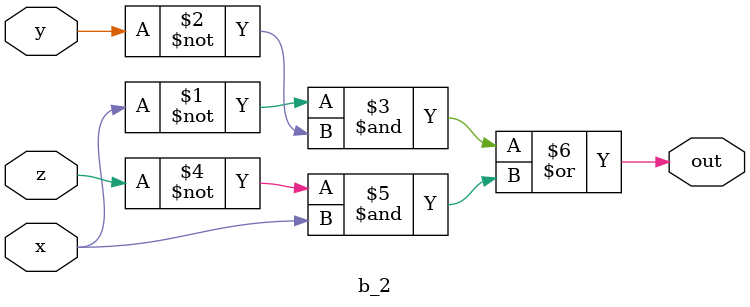
<source format=v>
`timescale 1ns / 1ps


module b_2(
    input x,
    input y,
    input z,
    output out
    );
    
    assign out = (~x)&(~y)|(~z)&x;
endmodule

</source>
